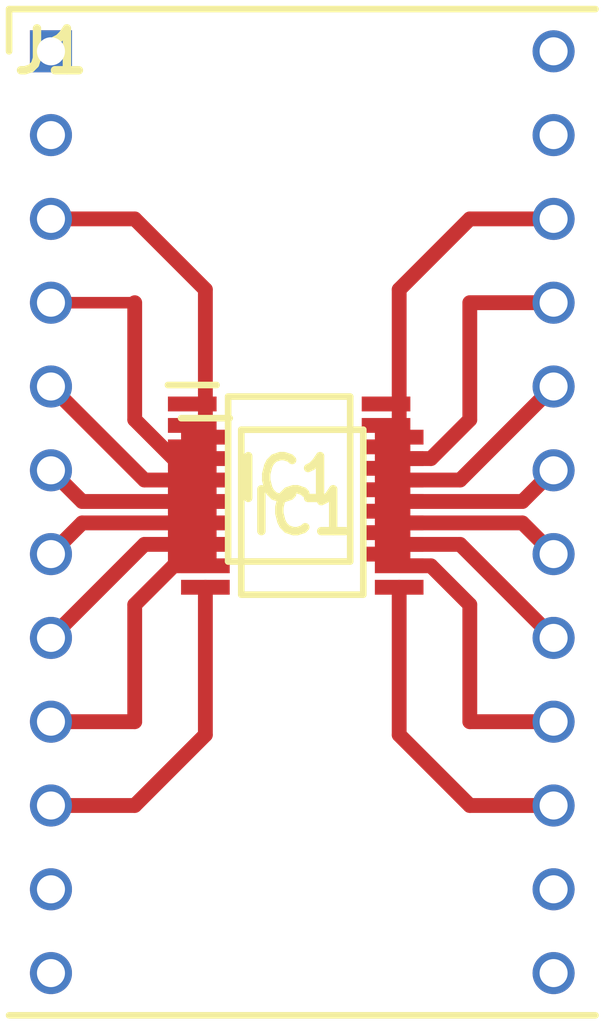
<source format=kicad_pcb>
(kicad_pcb (version 20221018) (generator pcbnew)
  (layers (0 "F.Cu" signal) (31 "B.Cu" signal) (34 "B.Paste" user) (35 "F.Paste" user) (36 "B.SilkS" user "B.Silkscreen") (37 "F.SilkS" user "F.Silkscreen") (38 "B.Mask" user) (39 "F.Mask" user) (44 "Edge.Cuts" user))
  (net 0 "")
  (net 1 "Net-(IC1-S4)")
  (net 2 "Net-(IC1-S6)")
  (net 3 "Net-(IC1-D)")
  (net 4 "Net-(IC1-S7)")
  (net 5 "Net-(IC1-S5)")
  (net 6 "Net-(IC1-~{EN})")
  (net 7 "Net-(IC1-VSS)")
  (net 8 "Net-(IC1-GND)")
  (net 9 "Net-(IC1-A2)")
  (net 10 "Net-(IC1-A1)")
  (net 11 "Net-(IC1-A0)")
  (net 12 "Net-(IC1-S3)")
  (net 13 "Net-(IC1-S0)")
  (net 14 "Net-(IC1-S1)")
  (net 15 "Net-(IC1-S2)")
  (net 16 "Net-(IC1-VDD)")
  (footprint "W9513RC:DIPS1524W46P254L3050H160Q24N" (layer "F.Cu") (at 134.62 38.1)
    (fp_text reference "J1" (at 0 0) (layer "F.SilkS") (effects (font (size 1.27 1.27) (thickness 0.254))))
    (fp_text value "W9513RC" hide)
    (fp_line (start -1.27 -1.28) (end -1.27 0) (stroke (width 0.2)) (layer "F.SilkS"))
    (fp_line (start -1.27 29.22) (end 16.51 29.22) (stroke (width 0.2)) (layer "F.SilkS"))
    (fp_line (start 16.51 -1.28) (end -1.27 -1.28) (stroke (width 0.2)) (layer "F.SilkS"))
    (pad "1" thru_hole rect (at 0 0) (size 1.275 1.275) (drill 0.85) (layers "*.Cu" "*.Mask"))
    (pad "2" thru_hole circle (at 0 2.54) (size 1.275 1.275) (drill 0.85) (layers "*.Cu" "*.Mask"))
    (pad "3" thru_hole circle (at 0 5.08) (size 1.275 1.275) (drill 0.85) (layers "*.Cu" "*.Mask") (net 1 "Net-(IC1-S4)"))
    (pad "4" thru_hole circle (at 0 7.62) (size 1.275 1.275) (drill 0.85) (layers "*.Cu" "*.Mask") (net 2 "Net-(IC1-S6)"))
    (pad "5" thru_hole circle (at 0 10.16) (size 1.275 1.275) (drill 0.85) (layers "*.Cu" "*.Mask") (net 3 "Net-(IC1-D)"))
    (pad "6" thru_hole circle (at 0 12.7) (size 1.275 1.275) (drill 0.85) (layers "*.Cu" "*.Mask") (net 4 "Net-(IC1-S7)"))
    (pad "7" thru_hole circle (at 0 15.24) (size 1.275 1.275) (drill 0.85) (layers "*.Cu" "*.Mask") (net 5 "Net-(IC1-S5)"))
    (pad "8" thru_hole circle (at 0 17.78) (size 1.275 1.275) (drill 0.85) (layers "*.Cu" "*.Mask") (net 6 "Net-(IC1-~{EN})"))
    (pad "9" thru_hole circle (at 0 20.32) (size 1.275 1.275) (drill 0.85) (layers "*.Cu" "*.Mask") (net 7 "Net-(IC1-VSS)"))
    (pad "10" thru_hole circle (at 0 22.86) (size 1.275 1.275) (drill 0.85) (layers "*.Cu" "*.Mask") (net 8 "Net-(IC1-GND)"))
    (pad "11" thru_hole circle (at 0 25.4) (size 1.275 1.275) (drill 0.85) (layers "*.Cu" "*.Mask"))
    (pad "12" thru_hole circle (at 0 27.94) (size 1.275 1.275) (drill 0.85) (layers "*.Cu" "*.Mask"))
    (pad "13" thru_hole circle (at 15.24 27.94) (size 1.275 1.275) (drill 0.85) (layers "*.Cu" "*.Mask"))
    (pad "14" thru_hole circle (at 15.24 25.4) (size 1.275 1.275) (drill 0.85) (layers "*.Cu" "*.Mask"))
    (pad "15" thru_hole circle (at 15.24 22.86) (size 1.275 1.275) (drill 0.85) (layers "*.Cu" "*.Mask") (net 9 "Net-(IC1-A2)"))
    (pad "16" thru_hole circle (at 15.24 20.32) (size 1.275 1.275) (drill 0.85) (layers "*.Cu" "*.Mask") (net 10 "Net-(IC1-A1)"))
    (pad "17" thru_hole circle (at 15.24 17.78) (size 1.275 1.275) (drill 0.85) (layers "*.Cu" "*.Mask") (net 11 "Net-(IC1-A0)"))
    (pad "18" thru_hole circle (at 15.24 15.24) (size 1.275 1.275) (drill 0.85) (layers "*.Cu" "*.Mask") (net 12 "Net-(IC1-S3)"))
    (pad "19" thru_hole circle (at 15.24 12.7) (size 1.275 1.275) (drill 0.85) (layers "*.Cu" "*.Mask") (net 13 "Net-(IC1-S0)"))
    (pad "20" thru_hole circle (at 15.24 10.16) (size 1.275 1.275) (drill 0.85) (layers "*.Cu" "*.Mask") (net 14 "Net-(IC1-S1)"))
    (pad "21" thru_hole circle (at 15.24 7.62) (size 1.275 1.275) (drill 0.85) (layers "*.Cu" "*.Mask") (net 15 "Net-(IC1-S2)"))
    (pad "22" thru_hole circle (at 15.24 5.08) (size 1.275 1.275) (drill 0.85) (layers "*.Cu" "*.Mask") (net 16 "Net-(IC1-VDD)"))
    (pad "23" thru_hole circle (at 15.24 2.54) (size 1.275 1.275) (drill 0.85) (layers "*.Cu" "*.Mask"))
    (pad "24" thru_hole circle (at 15.24 0) (size 1.275 1.275) (drill 0.85) (layers "*.Cu" "*.Mask"))
  )
  (footprint "Tmux4051:SOP65P640X120-16N" (layer "F.Cu") (at 142.24 52.07)
    (fp_text reference "IC1" (at 0 0) (layer "F.SilkS") (effects (font (size 1.27 1.27) (thickness 0.254))))
    (fp_text value "TMUX4051PWR" hide)
    (fp_line (start -3.675 -2.85) (end -2.2 -2.85) (stroke (width 0.2)) (layer "F.SilkS"))
    (fp_line (start -1.85 -2.5) (end 1.85 -2.5) (stroke (width 0.2)) (layer "F.SilkS"))
    (fp_line (start -1.85 2.5) (end -1.85 -2.5) (stroke (width 0.2)) (layer "F.SilkS"))
    (fp_line (start 1.85 -2.5) (end 1.85 2.5) (stroke (width 0.2)) (layer "F.SilkS"))
    (fp_line (start 1.85 2.5) (end -1.85 2.5) (stroke (width 0.2)) (layer "F.SilkS"))
    (pad "1" smd rect (at -2.938 -2.275 90) (size 0.45 1.475) (layers "F.Cu" "F.Paste" "F.Mask") (net 1 "Net-(IC1-S4)"))
    (pad "2" smd rect (at -2.938 -1.625 90) (size 0.45 1.475) (layers "F.Cu" "F.Paste" "F.Mask") (net 2 "Net-(IC1-S6)"))
    (pad "3" smd rect (at -2.938 -0.975 90) (size 0.45 1.475) (layers "F.Cu" "F.Paste" "F.Mask") (net 3 "Net-(IC1-D)"))
    (pad "4" smd rect (at -2.938 -0.325 90) (size 0.45 1.475) (layers "F.Cu" "F.Paste" "F.Mask") (net 4 "Net-(IC1-S7)"))
    (pad "5" smd rect (at -2.938 0.325 90) (size 0.45 1.475) (layers "F.Cu" "F.Paste" "F.Mask") (net 5 "Net-(IC1-S5)"))
    (pad "6" smd rect (at -2.938 0.975 90) (size 0.45 1.475) (layers "F.Cu" "F.Paste" "F.Mask") (net 6 "Net-(IC1-~{EN})"))
    (pad "7" smd rect (at -2.938 1.625 90) (size 0.45 1.475) (layers "F.Cu" "F.Paste" "F.Mask") (net 7 "Net-(IC1-VSS)"))
    (pad "8" smd rect (at -2.938 2.275 90) (size 0.45 1.475) (layers "F.Cu" "F.Paste" "F.Mask") (net 8 "Net-(IC1-GND)"))
    (pad "9" smd rect (at 2.938 2.275 90) (size 0.45 1.475) (layers "F.Cu" "F.Paste" "F.Mask") (net 9 "Net-(IC1-A2)"))
    (pad "10" smd rect (at 2.938 1.625 90) (size 0.45 1.475) (layers "F.Cu" "F.Paste" "F.Mask") (net 10 "Net-(IC1-A1)"))
    (pad "11" smd rect (at 2.938 0.975 90) (size 0.45 1.475) (layers "F.Cu" "F.Paste" "F.Mask") (net 11 "Net-(IC1-A0)"))
    (pad "12" smd rect (at 2.938 0.325 90) (size 0.45 1.475) (layers "F.Cu" "F.Paste" "F.Mask") (net 12 "Net-(IC1-S3)"))
    (pad "13" smd rect (at 2.938 -0.325 90) (size 0.45 1.475) (layers "F.Cu" "F.Paste" "F.Mask") (net 13 "Net-(IC1-S0)"))
    (pad "14" smd rect (at 2.938 -0.975 90) (size 0.45 1.475) (layers "F.Cu" "F.Paste" "F.Mask") (net 14 "Net-(IC1-S1)"))
    (pad "15" smd rect (at 2.938 -1.625 90) (size 0.45 1.475) (layers "F.Cu" "F.Paste" "F.Mask") (net 15 "Net-(IC1-S2)"))
    (pad "16" smd rect (at 2.938 -2.275 90) (size 0.45 1.475) (layers "F.Cu" "F.Paste" "F.Mask") (net 16 "Net-(IC1-VDD)"))
  )
  (footprint "Tmux4051:SOP65P640X120-16N" (layer "F.Cu") (at 141.842 51.065)
    (fp_text reference "IC1" (at 0 0) (layer "F.SilkS") (effects (font (size 1.27 1.27) (thickness 0.254))))
    (fp_text value "TMUX4051PWR" hide)
    (fp_line (start -3.675 -2.85) (end -2.2 -2.85) (stroke (width 0.2)) (layer "F.SilkS"))
    (fp_line (start -1.85 -2.5) (end 1.85 -2.5) (stroke (width 0.2)) (layer "F.SilkS"))
    (fp_line (start -1.85 2.5) (end -1.85 -2.5) (stroke (width 0.2)) (layer "F.SilkS"))
    (fp_line (start 1.85 -2.5) (end 1.85 2.5) (stroke (width 0.2)) (layer "F.SilkS"))
    (fp_line (start 1.85 2.5) (end -1.85 2.5) (stroke (width 0.2)) (layer "F.SilkS"))
    (pad "1" smd rect (at -2.938 -2.275 90) (size 0.45 1.475) (layers "F.Cu" "F.Paste" "F.Mask") (net 1 "Net-(IC1-S4)"))
    (pad "2" smd rect (at -2.938 -1.625 90) (size 0.45 1.475) (layers "F.Cu" "F.Paste" "F.Mask") (net 2 "Net-(IC1-S6)"))
    (pad "3" smd rect (at -2.938 -0.975 90) (size 0.45 1.475) (layers "F.Cu" "F.Paste" "F.Mask") (net 3 "Net-(IC1-D)"))
    (pad "4" smd rect (at -2.938 -0.325 90) (size 0.45 1.475) (layers "F.Cu" "F.Paste" "F.Mask") (net 4 "Net-(IC1-S7)"))
    (pad "5" smd rect (at -2.938 0.325 90) (size 0.45 1.475) (layers "F.Cu" "F.Paste" "F.Mask") (net 5 "Net-(IC1-S5)"))
    (pad "6" smd rect (at -2.938 0.975 90) (size 0.45 1.475) (layers "F.Cu" "F.Paste" "F.Mask") (net 6 "Net-(IC1-~{EN})"))
    (pad "7" smd rect (at -2.938 1.625 90) (size 0.45 1.475) (layers "F.Cu" "F.Paste" "F.Mask") (net 7 "Net-(IC1-VSS)"))
    (pad "8" smd rect (at -2.938 2.275 90) (size 0.45 1.475) (layers "F.Cu" "F.Paste" "F.Mask") (net 8 "Net-(IC1-GND)"))
    (pad "9" smd rect (at 2.938 2.275 90) (size 0.45 1.475) (layers "F.Cu" "F.Paste" "F.Mask") (net 9 "Net-(IC1-A2)"))
    (pad "10" smd rect (at 2.938 1.625 90) (size 0.45 1.475) (layers "F.Cu" "F.Paste" "F.Mask") (net 10 "Net-(IC1-A1)"))
    (pad "11" smd rect (at 2.938 0.975 90) (size 0.45 1.475) (layers "F.Cu" "F.Paste" "F.Mask") (net 11 "Net-(IC1-A0)"))
    (pad "12" smd rect (at 2.938 0.325 90) (size 0.45 1.475) (layers "F.Cu" "F.Paste" "F.Mask") (net 12 "Net-(IC1-S3)"))
    (pad "13" smd rect (at 2.938 -0.325 90) (size 0.45 1.475) (layers "F.Cu" "F.Paste" "F.Mask") (net 13 "Net-(IC1-S0)"))
    (pad "14" smd rect (at 2.938 -0.975 90) (size 0.45 1.475) (layers "F.Cu" "F.Paste" "F.Mask") (net 14 "Net-(IC1-S1)"))
    (pad "15" smd rect (at 2.938 -1.625 90) (size 0.45 1.475) (layers "F.Cu" "F.Paste" "F.Mask") (net 15 "Net-(IC1-S2)"))
    (pad "16" smd rect (at 2.938 -2.275 90) (size 0.45 1.475) (layers "F.Cu" "F.Paste" "F.Mask") (net 16 "Net-(IC1-VDD)"))
  )
  (segment (start 139.302 45.322) (end 139.302 49.795) (width 0.45) (layer "F.Cu") (net 1))
  (segment (start 134.62 43.18) (end 137.16 43.18) (width 0.45) (layer "F.Cu") (net 1))
  (segment (start 137.16 43.18) (end 139.302 45.322) (width 0.45) (layer "F.Cu") (net 1))
  (segment (start 137.16 45.72) (end 137.16 49.2655) (width 0.45) (layer "F.Cu") (net 2))
  (segment (start 138.3395 50.445) (end 139.302 50.445) (width 0.45) (layer "F.Cu") (net 2))
  (segment (start 137.16 49.2655) (end 138.3395 50.445) (width 0.45) (layer "F.Cu") (net 2))
  (segment (start 134.62 45.72) (end 137.16 45.72) (width 0.35) (layer "F.Cu") (net 2))
  (segment (start 137.455 51.095) (end 139.302 51.095) (width 0.45) (layer "F.Cu") (net 3))
  (segment (start 134.62 48.26) (end 137.455 51.095) (width 0.45) (layer "F.Cu") (net 3))
  (segment (start 134.62 50.8) (end 135.565 51.745) (width 0.45) (layer "F.Cu") (net 4))
  (segment (start 135.565 51.745) (end 139.302 51.745) (width 0.45) (layer "F.Cu") (net 4))
  (segment (start 135.565 52.395) (end 139.302 52.395) (width 0.45) (layer "F.Cu") (net 5))
  (segment (start 134.62 53.34) (end 135.565 52.395) (width 0.45) (layer "F.Cu") (net 5))
  (segment (start 137.455 53.045) (end 139.302 53.045) (width 0.45) (layer "F.Cu") (net 6))
  (segment (start 134.62 55.88) (end 137.455 53.045) (width 0.45) (layer "F.Cu") (net 6))
  (segment (start 137.16 58.42) (end 137.16 54.8745) (width 0.45) (layer "F.Cu") (net 7))
  (segment (start 138.3395 53.695) (end 139.302 53.695) (width 0.45) (layer "F.Cu") (net 7))
  (segment (start 134.62 58.42) (end 137.16 58.42) (width 0.45) (layer "F.Cu") (net 7))
  (segment (start 137.16 54.8745) (end 138.3395 53.695) (width 0.45) (layer "F.Cu") (net 7))
  (segment (start 139.302 58.818) (end 139.302 54.345) (width 0.45) (layer "F.Cu") (net 8))
  (segment (start 134.62 60.96) (end 137.16 60.96) (width 0.45) (layer "F.Cu") (net 8))
  (segment (start 137.16 60.96) (end 139.302 58.818) (width 0.45) (layer "F.Cu") (net 8))
  (segment (start 149.86 60.96) (end 147.32 60.96) (width 0.45) (layer "F.Cu") (net 9))
  (segment (start 147.32 60.96) (end 145.178 58.818) (width 0.45) (layer "F.Cu") (net 9))
  (segment (start 145.178 58.818) (end 145.178 54.345) (width 0.45) (layer "F.Cu") (net 9))
  (segment (start 149.86 58.42) (end 147.32 58.42) (width 0.45) (layer "F.Cu") (net 10))
  (segment (start 147.32 58.42) (end 147.32 54.8745) (width 0.45) (layer "F.Cu") (net 10))
  (segment (start 147.32 54.8745) (end 146.1405 53.695) (width 0.45) (layer "F.Cu") (net 10))
  (segment (start 146.1405 53.695) (end 145.178 53.695) (width 0.45) (layer "F.Cu") (net 10))
  (segment (start 145.078 53.595) (end 145.178 53.695) (width 0.25) (layer "F.Cu") (net 10))
  (segment (start 149.86 55.88) (end 147.025 53.045) (width 0.45) (layer "F.Cu") (net 11))
  (segment (start 147.025 53.045) (end 145.178 53.045) (width 0.45) (layer "F.Cu") (net 11))
  (segment (start 148.915 52.395) (end 145.178 52.395) (width 0.45) (layer "F.Cu") (net 12))
  (segment (start 149.86 53.34) (end 148.915 52.395) (width 0.45) (layer "F.Cu") (net 12))
  (segment (start 148.915 51.745) (end 145.178 51.745) (width 0.45) (layer "F.Cu") (net 13))
  (segment (start 149.86 50.8) (end 148.915 51.745) (width 0.45) (layer "F.Cu") (net 13))
  (segment (start 149.86 48.26) (end 147.025 51.095) (width 0.45) (layer "F.Cu") (net 14))
  (segment (start 147.025 51.095) (end 145.178 51.095) (width 0.45) (layer "F.Cu") (net 14))
  (segment (start 147.32 49.2655) (end 146.1405 50.445) (width 0.45) (layer "F.Cu") (net 15))
  (segment (start 147.32 45.72) (end 147.32 49.2655) (width 0.45) (layer "F.Cu") (net 15))
  (segment (start 149.86 45.72) (end 147.32 45.72) (width 0.45) (layer "F.Cu") (net 15))
  (segment (start 146.1405 50.445) (end 145.178 50.445) (width 0.45) (layer "F.Cu") (net 15))
  (segment (start 147.32 43.18) (end 145.178 45.322) (width 0.45) (layer "F.Cu") (net 16))
  (segment (start 145.178 45.322) (end 145.178 49.795) (width 0.45) (layer "F.Cu") (net 16))
  (segment (start 149.86 43.18) (end 147.32 43.18) (width 0.45) (layer "F.Cu") (net 16))
)
</source>
